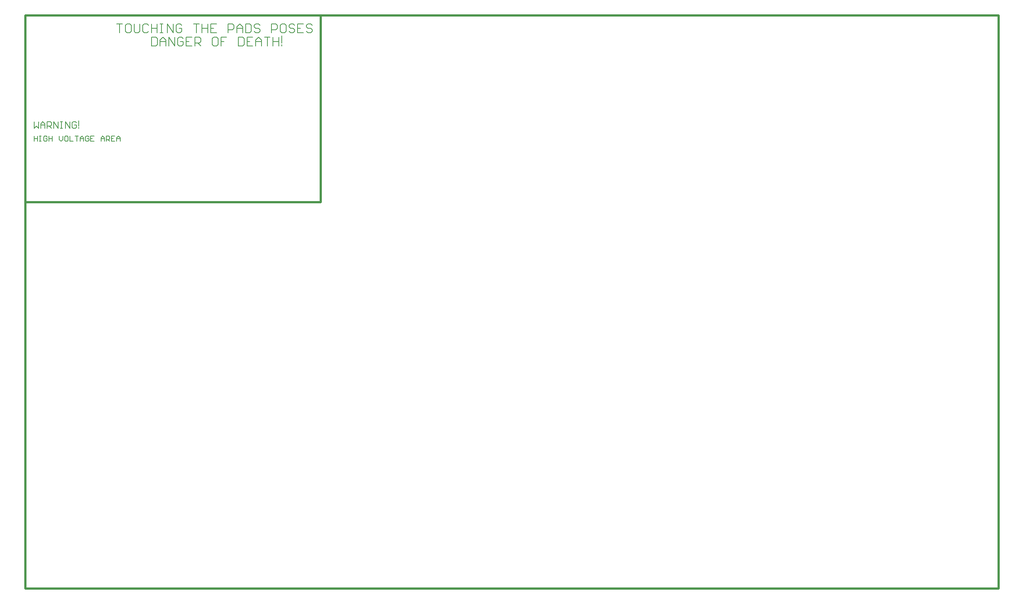
<source format=gbo>
%FSLAX44Y44*%
%MOMM*%
G71*
G01*
G75*
G04 Layer_Color=32896*
%ADD10C,0.2000*%
%ADD11R,0.7500X1.3000*%
%ADD12R,3.5000X1.2000*%
%ADD13R,1.3000X0.7500*%
%ADD14R,0.9900X0.6900*%
%ADD15O,0.8000X0.3000*%
%ADD16O,0.3000X0.8000*%
%ADD17R,5.3000X5.3000*%
%ADD18R,2.0000X5.5000*%
%ADD19O,2.1000X0.6000*%
%ADD20R,2.0000X0.6000*%
%ADD21R,0.9500X1.6500*%
%ADD22R,0.2500X1.5500*%
%ADD23R,1.5500X0.2500*%
%ADD24R,1.0000X1.5000*%
%ADD25R,0.7000X1.5000*%
%ADD26R,2.0000X3.0000*%
%ADD27R,0.8000X1.5000*%
%ADD28R,1.4500X2.0000*%
%ADD29R,1.0000X2.2000*%
%ADD30R,5.5000X2.0000*%
%ADD31C,0.3500*%
%ADD32R,2.6000X2.2000*%
%ADD33R,2.4000X2.5000*%
%ADD34R,2.6000X1.8000*%
%ADD35R,6.8000X6.9000*%
%ADD36R,1.0000X1.9000*%
%ADD37P,1.4142X4X270.0*%
%ADD38P,1.4142X4X360.0*%
%ADD39R,2.0320X0.8890*%
%ADD40O,2.0320X0.8890*%
%ADD41O,1.7000X0.4500*%
%ADD42R,0.6500X1.7500*%
%ADD43R,1.3000X1.9000*%
%ADD44C,1.0000*%
%ADD45C,2.5000*%
%ADD46C,0.2500*%
%ADD47C,0.5000*%
%ADD48C,1.5000*%
%ADD49C,0.1500*%
%ADD50C,0.1250*%
%ADD51C,1.8000*%
%ADD52C,2.0320*%
%ADD53R,2.0320X2.0320*%
%ADD54C,2.4000*%
%ADD55C,1.8000*%
%ADD56C,1.6510*%
%ADD57R,1.6510X1.6510*%
%ADD58R,1.6510X1.6510*%
%ADD59C,7.0000*%
%ADD60C,4.6000*%
%ADD61C,1.9000*%
%ADD62R,1.9000X1.9000*%
%ADD63R,1.8000X1.8000*%
%ADD64C,1.8000*%
%ADD65C,5.0000*%
%ADD66C,1.7000*%
%ADD67O,1.4000X3.0000*%
%ADD68O,3.0000X1.4000*%
%ADD69O,3.7000X1.4000*%
%ADD70O,1.3000X3.5000*%
%ADD71O,3.2000X1.4000*%
%ADD72R,3.6000X2.6000*%
%ADD73C,3.0000*%
%ADD74O,1.4000X2.0000*%
%ADD75C,2.5000*%
%ADD76R,2.5000X2.5000*%
%ADD77C,2.5400*%
%ADD78R,1.5000X1.5000*%
%ADD79C,1.5000*%
%ADD80C,0.6000*%
%ADD81C,1.0000*%
%ADD82C,0.4000*%
%ADD83C,0.2540*%
%ADD84C,0.1778*%
%ADD85C,0.6000*%
%ADD86C,0.1250*%
%ADD87C,0.0100*%
%ADD88C,0.2032*%
%ADD89C,0.1270*%
%ADD90C,0.0800*%
%ADD91R,1.0000X3.2500*%
%ADD92R,1.0000X3.2500*%
%ADD93R,0.9000X1.4500*%
%ADD94R,1.0001X3.2500*%
%ADD95R,1.1000X0.2000*%
%ADD96R,0.9532X1.5032*%
%ADD97R,3.7032X1.4032*%
%ADD98R,1.5032X0.9532*%
%ADD99R,1.1932X0.8932*%
%ADD100O,1.0032X0.5032*%
%ADD101O,0.5032X1.0032*%
%ADD102R,5.5032X5.5032*%
%ADD103R,2.2032X5.7032*%
%ADD104O,2.3032X0.8032*%
%ADD105R,2.2032X0.8032*%
%ADD106R,1.1532X1.8532*%
%ADD107R,0.4532X1.7532*%
%ADD108R,1.7532X0.4532*%
%ADD109R,1.2032X1.7032*%
%ADD110R,0.9032X1.7032*%
%ADD111R,2.2032X3.2032*%
%ADD112R,1.0032X1.7032*%
%ADD113R,1.6532X2.2032*%
%ADD114R,1.2032X2.4032*%
%ADD115R,5.7032X2.2032*%
%ADD116C,0.5532*%
%ADD117R,2.8032X2.4032*%
%ADD118R,2.6032X2.7032*%
%ADD119R,2.8032X2.0032*%
%ADD120R,7.0032X7.1032*%
%ADD121R,1.2032X2.1032*%
%ADD122P,1.7016X4X270.0*%
%ADD123P,1.7016X4X360.0*%
%ADD124R,2.2352X1.0922*%
%ADD125O,2.2352X1.0922*%
%ADD126O,1.9032X0.6532*%
%ADD127R,0.8532X1.9532*%
%ADD128R,1.5032X2.1032*%
%ADD129C,2.2352*%
%ADD130R,2.2352X2.2352*%
%ADD131C,2.6032*%
%ADD132C,2.0032*%
%ADD133C,1.8542*%
%ADD134R,1.8542X1.8542*%
%ADD135R,1.8542X1.8542*%
%ADD136C,7.2032*%
%ADD137C,4.8032*%
%ADD138C,2.1032*%
%ADD139R,2.1032X2.1032*%
%ADD140R,0.2032X0.2032*%
%ADD141R,2.0032X2.0032*%
%ADD142C,2.0032*%
%ADD143C,5.2032*%
%ADD144C,1.9032*%
%ADD145O,1.6032X3.2032*%
%ADD146O,3.2032X1.6032*%
%ADD147O,3.9032X1.6032*%
%ADD148O,1.5032X3.7032*%
%ADD149O,3.4032X1.6032*%
%ADD150R,3.8032X2.8032*%
%ADD151C,3.2032*%
%ADD152O,1.6032X2.2032*%
%ADD153C,2.7032*%
%ADD154R,2.7032X2.7032*%
%ADD155C,2.7432*%
%ADD156R,1.7032X1.7032*%
%ADD157C,1.7032*%
%ADD158C,1.2032*%
D10*
X289730Y1269994D02*
Y1250000D01*
X299727D01*
X303059Y1253332D01*
Y1266661D01*
X299727Y1269994D01*
X289730D01*
X309724Y1250000D02*
Y1263329D01*
X316388Y1269994D01*
X323053Y1263329D01*
Y1250000D01*
Y1259997D01*
X309724D01*
X329717Y1250000D02*
Y1269994D01*
X343046Y1250000D01*
Y1269994D01*
X363040Y1266661D02*
X359707Y1269994D01*
X353043D01*
X349711Y1266661D01*
Y1253332D01*
X353043Y1250000D01*
X359707D01*
X363040Y1253332D01*
Y1259997D01*
X356375D01*
X383033Y1269994D02*
X369704D01*
Y1250000D01*
X383033D01*
X369704Y1259997D02*
X376369D01*
X389698Y1250000D02*
Y1269994D01*
X399695D01*
X403027Y1266661D01*
Y1259997D01*
X399695Y1256665D01*
X389698D01*
X396362D02*
X403027Y1250000D01*
X439682Y1269994D02*
X433017D01*
X429685Y1266661D01*
Y1253332D01*
X433017Y1250000D01*
X439682D01*
X443014Y1253332D01*
Y1266661D01*
X439682Y1269994D01*
X463008D02*
X449678D01*
Y1259997D01*
X456343D01*
X449678D01*
Y1250000D01*
X489666Y1269994D02*
Y1250000D01*
X499662D01*
X502995Y1253332D01*
Y1266661D01*
X499662Y1269994D01*
X489666D01*
X522988D02*
X509659D01*
Y1250000D01*
X522988D01*
X509659Y1259997D02*
X516324D01*
X529653Y1250000D02*
Y1263329D01*
X536317Y1269994D01*
X542982Y1263329D01*
Y1250000D01*
Y1259997D01*
X529653D01*
X549646Y1269994D02*
X562975D01*
X556311D01*
Y1250000D01*
X569640Y1269994D02*
Y1250000D01*
Y1259997D01*
X582969D01*
Y1269994D01*
Y1250000D01*
X589633Y1256665D02*
Y1273326D01*
Y1253332D02*
Y1250000D01*
X209730Y1299994D02*
X223059D01*
X216395D01*
Y1280000D01*
X239720Y1299994D02*
X233056D01*
X229724Y1296661D01*
Y1283332D01*
X233056Y1280000D01*
X239720D01*
X243053Y1283332D01*
Y1296661D01*
X239720Y1299994D01*
X249717D02*
Y1283332D01*
X253049Y1280000D01*
X259714D01*
X263046Y1283332D01*
Y1299994D01*
X283040Y1296661D02*
X279708Y1299994D01*
X273043D01*
X269711Y1296661D01*
Y1283332D01*
X273043Y1280000D01*
X279708D01*
X283040Y1283332D01*
X289704Y1299994D02*
Y1280000D01*
Y1289997D01*
X303033D01*
Y1299994D01*
Y1280000D01*
X309698Y1299994D02*
X316362D01*
X313030D01*
Y1280000D01*
X309698D01*
X316362D01*
X326359D02*
Y1299994D01*
X339688Y1280000D01*
Y1299994D01*
X359682Y1296661D02*
X356349Y1299994D01*
X349685D01*
X346353Y1296661D01*
Y1283332D01*
X349685Y1280000D01*
X356349D01*
X359682Y1283332D01*
Y1289997D01*
X353017D01*
X386340Y1299994D02*
X399669D01*
X393004D01*
Y1280000D01*
X406333Y1299994D02*
Y1280000D01*
Y1289997D01*
X419662D01*
Y1299994D01*
Y1280000D01*
X439656Y1299994D02*
X426327D01*
Y1280000D01*
X439656D01*
X426327Y1289997D02*
X432991D01*
X466314Y1280000D02*
Y1299994D01*
X476311D01*
X479643Y1296661D01*
Y1289997D01*
X476311Y1286664D01*
X466314D01*
X486308Y1280000D02*
Y1293329D01*
X492972Y1299994D01*
X499637Y1293329D01*
Y1280000D01*
Y1289997D01*
X486308D01*
X506301Y1299994D02*
Y1280000D01*
X516298D01*
X519630Y1283332D01*
Y1296661D01*
X516298Y1299994D01*
X506301D01*
X539624Y1296661D02*
X536292Y1299994D01*
X529627D01*
X526295Y1296661D01*
Y1293329D01*
X529627Y1289997D01*
X536292D01*
X539624Y1286664D01*
Y1283332D01*
X536292Y1280000D01*
X529627D01*
X526295Y1283332D01*
X566282Y1280000D02*
Y1299994D01*
X576279D01*
X579611Y1296661D01*
Y1289997D01*
X576279Y1286664D01*
X566282D01*
X596272Y1299994D02*
X589608D01*
X586275Y1296661D01*
Y1283332D01*
X589608Y1280000D01*
X596272D01*
X599604Y1283332D01*
Y1296661D01*
X596272Y1299994D01*
X619598Y1296661D02*
X616266Y1299994D01*
X609601D01*
X606269Y1296661D01*
Y1293329D01*
X609601Y1289997D01*
X616266D01*
X619598Y1286664D01*
Y1283332D01*
X616266Y1280000D01*
X609601D01*
X606269Y1283332D01*
X639591Y1299994D02*
X626263D01*
Y1280000D01*
X639591D01*
X626263Y1289997D02*
X632927D01*
X659585Y1296661D02*
X656253Y1299994D01*
X649588D01*
X646256Y1296661D01*
Y1293329D01*
X649588Y1289997D01*
X656253D01*
X659585Y1286664D01*
Y1283332D01*
X656253Y1280000D01*
X649588D01*
X646256Y1283332D01*
X19730Y1041996D02*
Y1030000D01*
Y1035998D01*
X27727D01*
Y1041996D01*
Y1030000D01*
X31726Y1041996D02*
X35725D01*
X33726D01*
Y1030000D01*
X31726D01*
X35725D01*
X49720Y1039997D02*
X47721Y1041996D01*
X43722D01*
X41723Y1039997D01*
Y1031999D01*
X43722Y1030000D01*
X47721D01*
X49720Y1031999D01*
Y1035998D01*
X45722D01*
X53719Y1041996D02*
Y1030000D01*
Y1035998D01*
X61716D01*
Y1041996D01*
Y1030000D01*
X77711Y1041996D02*
Y1033999D01*
X81710Y1030000D01*
X85709Y1033999D01*
Y1041996D01*
X95705D02*
X91707D01*
X89707Y1039997D01*
Y1031999D01*
X91707Y1030000D01*
X95705D01*
X97705Y1031999D01*
Y1039997D01*
X95705Y1041996D01*
X101704D02*
Y1030000D01*
X109701D01*
X113700Y1041996D02*
X121697D01*
X117698D01*
Y1030000D01*
X125696D02*
Y1037997D01*
X129694Y1041996D01*
X133693Y1037997D01*
Y1030000D01*
Y1035998D01*
X125696D01*
X145689Y1039997D02*
X143690Y1041996D01*
X139691D01*
X137692Y1039997D01*
Y1031999D01*
X139691Y1030000D01*
X143690D01*
X145689Y1031999D01*
Y1035998D01*
X141691D01*
X157685Y1041996D02*
X149688D01*
Y1030000D01*
X157685D01*
X149688Y1035998D02*
X153687D01*
X173680Y1030000D02*
Y1037997D01*
X177679Y1041996D01*
X181678Y1037997D01*
Y1030000D01*
Y1035998D01*
X173680D01*
X185676Y1030000D02*
Y1041996D01*
X191674D01*
X193674Y1039997D01*
Y1035998D01*
X191674Y1033999D01*
X185676D01*
X189675D02*
X193674Y1030000D01*
X205670Y1041996D02*
X197672D01*
Y1030000D01*
X205670D01*
X197672Y1035998D02*
X201671D01*
X209669Y1030000D02*
Y1037997D01*
X213667Y1041996D01*
X217666Y1037997D01*
Y1030000D01*
Y1035998D01*
X209669D01*
X19730Y1074995D02*
Y1060000D01*
X24728Y1064998D01*
X29727Y1060000D01*
Y1074995D01*
X34725Y1060000D02*
Y1069997D01*
X39724Y1074995D01*
X44722Y1069997D01*
Y1060000D01*
Y1067498D01*
X34725D01*
X49720Y1060000D02*
Y1074995D01*
X57218D01*
X59717Y1072496D01*
Y1067498D01*
X57218Y1064998D01*
X49720D01*
X54719D02*
X59717Y1060000D01*
X64715D02*
Y1074995D01*
X74712Y1060000D01*
Y1074995D01*
X79711D02*
X84709D01*
X82210D01*
Y1060000D01*
X79711D01*
X84709D01*
X92207D02*
Y1074995D01*
X102203Y1060000D01*
Y1074995D01*
X117198Y1072496D02*
X114699Y1074995D01*
X109701D01*
X107202Y1072496D01*
Y1062499D01*
X109701Y1060000D01*
X114699D01*
X117198Y1062499D01*
Y1067498D01*
X112200D01*
X122197Y1064998D02*
Y1077494D01*
Y1062499D02*
Y1060000D01*
D47*
X679730Y890000D02*
Y1320000D01*
Y890000D02*
X-270D01*
X2239730Y-0D02*
Y1320000D01*
Y-0D02*
X-270D01*
Y1320000D01*
X2239730D02*
X-270D01*
M02*

</source>
